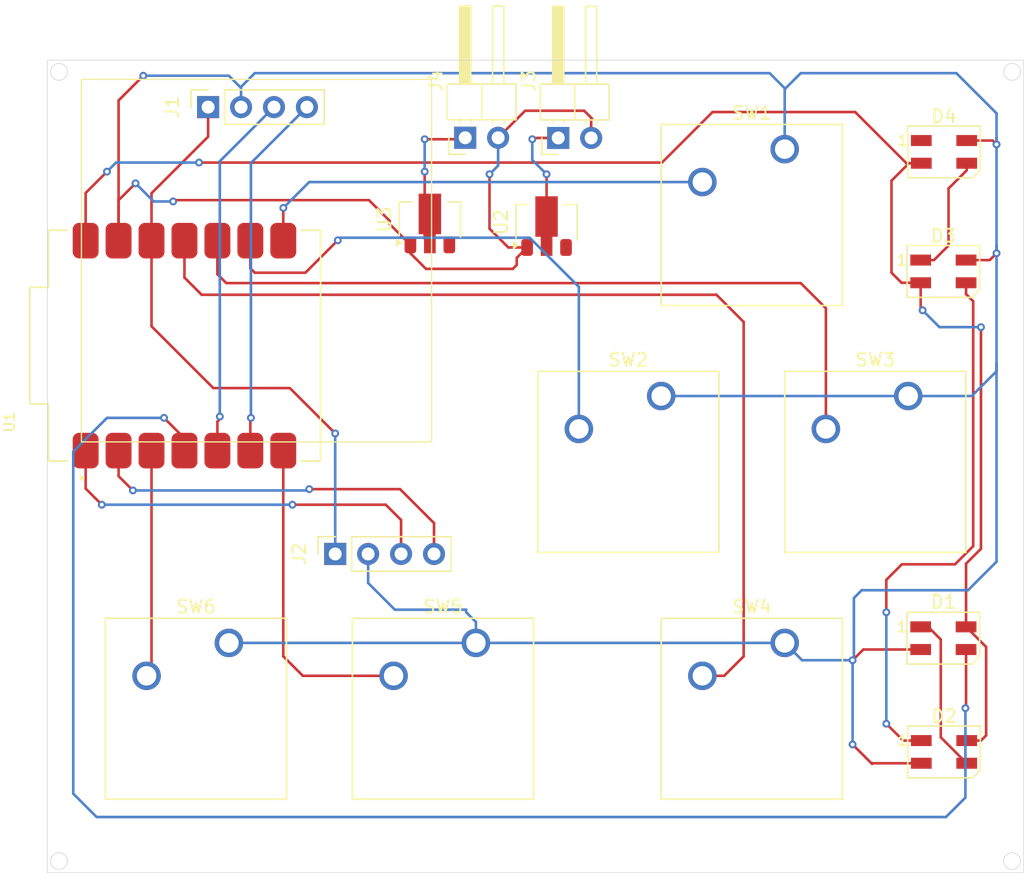
<source format=kicad_pcb>
(kicad_pcb (version 20241229) (generator "pcbnew") (generator_version "9.0")
  (layers (0 "F.Cu" signal) (2 "B.Cu" signal) (13 "F.Paste" user) (15 "B.Paste" user) (5 "F.SilkS" user "F.Silkscreen") (7 "B.SilkS" user "B.Silkscreen") (1 "F.Mask" user) (3 "B.Mask" user) (25 "Edge.Cuts" user))
  (net 0 "")
  (net 1 "Net-(D1-DIN)")
  (net 2 "+5V")
  (net 3 "GND")
  (net 4 "Net-(D1-DOUT)")
  (net 5 "Net-(U1-D7{slash}CSB{slash}P1{slash}RX)")
  (net 6 "Net-(U1-D8{slash}SCK{slash}P2)")
  (net 7 "Net-(U1-D9{slash}MISO{slash}P4)")
  (net 8 "Net-(U1-D10{slash}MOSI{slash}P3)")
  (net 9 "Net-(J2-Pin_3)")
  (net 10 "Net-(J2-Pin_4)")
  (net 11 "Net-(D2-DOUT)")
  (net 12 "Net-(D3-DOUT)")
  (net 14 "Net-(J1-Pin_1)")
  (net 15 "Net-(U1-P28{slash}A2{slash}D2)")
  (net 16 "Net-(J1-Pin_4)")
  (net 17 "Net-(U1-P0{slash}{slash}TX{slash}D6)")
  (net 18 "Net-(J1-Pin_3)")
  (net 19 "Net-(J3-Pin_1)")
  (net 20 "Net-(J4-Pin_1)")
  (footprint "Button_Switch_Keyboard:SW_Cherry_MX_1.00u_PCB" (layer "F.Cu") (at 164.465 40.16375)
    (property "Reference" "SW1" (at -2.54 -2.794 0) (layer "F.SilkS"))
    (property "Value" "SW_Push")
    (fp_line (start -9.525 -1.905) (end 4.445 -1.905) (stroke (width 0.12)) (layer "F.SilkS"))
    (fp_line (start -9.525 12.065) (end -9.525 -1.905) (stroke (width 0.12)) (layer "F.SilkS"))
    (fp_line (start 4.445 -1.905) (end 4.445 12.065) (stroke (width 0.12)) (layer "F.SilkS"))
    (fp_line (start 4.445 12.065) (end -9.525 12.065) (stroke (width 0.12)) (layer "F.SilkS"))
    (pad "" np_thru_hole circle (at -7.62 5.08) (size 1.7 1.7) (drill 1.7) (layers "*.Cu" "*.Mask"))
    (pad "" np_thru_hole circle (at -2.54 5.08) (size 4 4) (drill 4) (layers "*.Cu" "*.Mask"))
    (pad "" np_thru_hole circle (at 2.54 5.08) (size 1.7 1.7) (drill 1.7) (layers "*.Cu" "*.Mask"))
    (pad "1" thru_hole circle (at 0 0) (size 2.2 2.2) (drill 1.5) (layers "*.Cu" "*.Mask") (net 3 "GND"))
    (pad "2" thru_hole circle (at -6.35 2.54) (size 2.2 2.2) (drill 1.5) (layers "*.Cu" "*.Mask") (net 5 "Net-(U1-D7{slash}CSB{slash}P1{slash}RX)"))
  )
  (footprint "LED_SMD:LED_SK6812MINI_PLCC4_3.5x3.5mm_P1.75mm" (layer "F.Cu") (at 176.75 86.675)
    (property "Reference" "D2" (at 0 -2.75 0) (layer "F.SilkS"))
    (property "Value" "SK6812MINI")
    (fp_line (start -2.8 -2) (end -2.8 2) (stroke (width 0.12)) (layer "F.SilkS"))
    (fp_line (start -2.8 -2) (end 2.8 -2) (stroke (width 0.12)) (layer "F.SilkS"))
    (fp_line (start -2.8 2) (end 2.2 2) (stroke (width 0.12)) (layer "F.SilkS"))
    (fp_line (start 2.8 1.4) (end 2.2 2) (stroke (width 0.12)) (layer "F.SilkS"))
    (fp_line (start 2.8 1.4) (end 2.8 -2) (stroke (width 0.12)) (layer "F.SilkS"))
    (fp_text user "1" (at -3.2 -0.875 0) (layer "F.SilkS") (effects (font (size 0.8 0.8))))
    (pad "1" smd rect (at -1.75 -0.875) (size 1.6 0.85) (layers "F.Cu" "F.Mask" "F.Paste") (net 11 "Net-(D2-DOUT)"))
    (pad "2" smd rect (at -1.75 0.875) (size 1.6 0.85) (layers "F.Cu" "F.Mask" "F.Paste") (net 3 "GND"))
    (pad "3" smd rect (at 1.75 0.875) (size 1.6 0.85) (layers "F.Cu" "F.Mask" "F.Paste") (net 4 "Net-(D1-DOUT)"))
    (pad "4" smd rect (at 1.75 -0.875) (size 1.6 0.85) (layers "F.Cu" "F.Mask" "F.Paste") (net 2 "+5V"))
  )
  (footprint "Package_TO_SOT_SMD:SOT-89-3" (layer "F.Cu") (at 137.1 45.6 90)
    (property "Reference" "U3" (at 0 -3.5 90) (layer "F.SilkS"))
    (property "Value" "MCP1700x-500xxMB")
    (fp_line (start -1.22 -2.36) (end 1.36 -2.36) (stroke (width 0.12)) (layer "F.SilkS"))
    (fp_line (start 1.36 -1.38) (end 1.36 -2.36) (stroke (width 0.12)) (layer "F.SilkS"))
    (fp_line (start 1.36 1.38) (end 1.36 2.36) (stroke (width 0.12)) (layer "F.SilkS"))
    (fp_line (start 1.36 2.36) (end -1.36 2.36) (stroke (width 0.12)) (layer "F.SilkS"))
    (fp_poly (pts (xy -1.77 -2.21) (xy -2.01 -2.54) (xy -1.53 -2.54) (xy -1.77 -2.21)) (stroke (width 0.12)) (fill yes) (layer "F.SilkS"))
    (pad "1" smd roundrect (at -1.95 -1.5 90) (size 1.3 0.9) (layers "F.Cu" "F.Mask" "F.Paste") (net 3 "GND"))
    (pad "2" smd custom (at -1.8625 0 90) (size 1.475 0.9) (layers "F.Cu" "F.Mask" "F.Paste") (net 20 "Net-(J4-Pin_1)") (options (clearance outline) (anchor rect)) (primitives (gr_poly (pts (xy 3.8625 0.8665) (xy 0.7375 0.8665) (xy 0.7375 -0.8665) (xy 3.8625 -0.8665)) (width 0) (fill yes))))
    (pad "3" smd roundrect (at -1.95 1.5 90) (size 1.3 0.9) (layers "F.Cu" "F.Mask" "F.Paste") (net 2 "+5V"))
  )
  (footprint "Package_TO_SOT_SMD:SOT-89-3" (layer "F.Cu") (at 146.1 45.8 90)
    (property "Reference" "U2" (at 0 -3.5 90) (layer "F.SilkS"))
    (property "Value" "MCP1700x-330xxMB")
    (fp_line (start -1.22 -2.36) (end 1.36 -2.36) (stroke (width 0.12)) (layer "F.SilkS"))
    (fp_line (start 1.36 -1.38) (end 1.36 -2.36) (stroke (width 0.12)) (layer "F.SilkS"))
    (fp_line (start 1.36 1.38) (end 1.36 2.36) (stroke (width 0.12)) (layer "F.SilkS"))
    (fp_line (start 1.36 2.36) (end -1.36 2.36) (stroke (width 0.12)) (layer "F.SilkS"))
    (fp_poly (pts (xy -1.77 -2.21) (xy -2.01 -2.54) (xy -1.53 -2.54) (xy -1.77 -2.21)) (stroke (width 0.12)) (fill yes) (layer "F.SilkS"))
    (pad "1" smd roundrect (at -1.95 -1.5 90) (size 1.3 0.9) (layers "F.Cu" "F.Mask" "F.Paste") (net 3 "GND"))
    (pad "2" smd custom (at -1.8625 0 90) (size 1.475 0.9) (layers "F.Cu" "F.Mask" "F.Paste") (net 19 "Net-(J3-Pin_1)") (options (clearance outline) (anchor rect)) (primitives (gr_poly (pts (xy 3.8625 0.8665) (xy 0.7375 0.8665) (xy 0.7375 -0.8665) (xy 3.8625 -0.8665)) (width 0) (fill yes))))
    (pad "3" smd roundrect (at -1.95 1.5 90) (size 1.3 0.9) (layers "F.Cu" "F.Mask" "F.Paste") (net 14 "Net-(J1-Pin_1)"))
  )
  (footprint "LED_SMD:LED_SK6812MINI_PLCC4_3.5x3.5mm_P1.75mm" (layer "F.Cu") (at 176.7 77.9)
    (property "Reference" "D1" (at 0 -2.8 0) (layer "F.SilkS"))
    (property "Value" "SK6812MINI")
    (fp_line (start -2.8 -2) (end -2.8 2) (stroke (width 0.12)) (layer "F.SilkS"))
    (fp_line (start -2.8 -2) (end 2.8 -2) (stroke (width 0.12)) (layer "F.SilkS"))
    (fp_line (start -2.8 2) (end 2.2 2) (stroke (width 0.12)) (layer "F.SilkS"))
    (fp_line (start 2.8 1.4) (end 2.2 2) (stroke (width 0.12)) (layer "F.SilkS"))
    (fp_line (start 2.8 1.4) (end 2.8 -2) (stroke (width 0.12)) (layer "F.SilkS"))
    (fp_text user "1" (at -3.2 -0.875 0) (layer "F.SilkS") (effects (font (size 0.8 0.8))))
    (pad "1" smd rect (at -1.75 -0.875) (size 1.6 0.85) (layers "F.Cu" "F.Mask" "F.Paste") (net 4 "Net-(D1-DOUT)"))
    (pad "2" smd rect (at -1.75 0.875) (size 1.6 0.85) (layers "F.Cu" "F.Mask" "F.Paste") (net 3 "GND"))
    (pad "3" smd rect (at 1.75 0.875) (size 1.6 0.85) (layers "F.Cu" "F.Mask" "F.Paste") (net 1 "Net-(D1-DIN)"))
    (pad "4" smd rect (at 1.75 -0.875) (size 1.6 0.85) (layers "F.Cu" "F.Mask" "F.Paste") (net 2 "+5V"))
  )
  (footprint "Connector_PinSocket_2.54mm:PinSocket_1x04_P2.54mm_Vertical" (layer "F.Cu") (at 129.8 71.4 90)
    (property "Reference" "J2" (at 0 -2.77 90) (layer "F.SilkS"))
    (property "Value" "Conn_01x04")
    (fp_line (start 1.33 -1.33) (end 1.33 0) (stroke (width 0.12)) (layer "F.SilkS"))
    (fp_line (start 0 -1.33) (end 1.33 -1.33) (stroke (width 0.12)) (layer "F.SilkS"))
    (fp_line (start 1.33 1.27) (end 1.33 8.95) (stroke (width 0.12)) (layer "F.SilkS"))
    (fp_line (start -1.33 1.27) (end 1.33 1.27) (stroke (width 0.12)) (layer "F.SilkS"))
    (fp_line (start -1.33 1.27) (end -1.33 8.95) (stroke (width 0.12)) (layer "F.SilkS"))
    (fp_line (start -1.33 8.95) (end 1.33 8.95) (stroke (width 0.12)) (layer "F.SilkS"))
    (pad "1" thru_hole rect (at 0 0 90) (size 1.7 1.7) (drill 1) (layers "*.Cu" "*.Mask") (net 14 "Net-(J1-Pin_1)"))
    (pad "2" thru_hole circle (at 0 2.54 90) (size 1.7 1.7) (drill 1) (layers "*.Cu" "*.Mask") (net 3 "GND"))
    (pad "3" thru_hole circle (at 0 5.08 90) (size 1.7 1.7) (drill 1) (layers "*.Cu" "*.Mask") (net 9 "Net-(J2-Pin_3)"))
    (pad "4" thru_hole circle (at 0 7.62 90) (size 1.7 1.7) (drill 1) (layers "*.Cu" "*.Mask") (net 10 "Net-(J2-Pin_4)"))
  )
  (footprint "Connector_PinHeader_2.54mm:PinHeader_1x02_P2.54mm_Horizontal" (layer "F.Cu") (at 147 39.3 90)
    (property "Reference" "J3" (at 4.385 -2.27 90) (layer "F.SilkS"))
    (property "Value" "Conn_01x02_Pin")
    (fp_line (start 4.15 -1.38) (end 1.39 -1.38) (stroke (width 0.12)) (layer "F.SilkS"))
    (fp_line (start 1.39 -1.38) (end 1.39 3.92) (stroke (width 0.12)) (layer "F.SilkS"))
    (fp_line (start -1.27 -1.27) (end 0 -1.27) (stroke (width 0.12)) (layer "F.SilkS"))
    (fp_line (start 1.16 -0.43) (end 1.39 -0.43) (stroke (width 0.12)) (layer "F.SilkS"))
    (fp_line (start -1.27 0) (end -1.27 -1.27) (stroke (width 0.12)) (layer "F.SilkS"))
    (fp_line (start 1.16 0.43) (end 1.39 0.43) (stroke (width 0.12)) (layer "F.SilkS"))
    (fp_line (start 1.39 1.27) (end 4.15 1.27) (stroke (width 0.12)) (layer "F.SilkS"))
    (fp_line (start 10.15 2.11) (end 10.15 2.97) (stroke (width 0.12)) (layer "F.SilkS"))
    (fp_line (start 4.15 2.11) (end 10.15 2.11) (stroke (width 0.12)) (layer "F.SilkS"))
    (fp_line (start 1.077358 2.11) (end 1.39 2.11) (stroke (width 0.12)) (layer "F.SilkS"))
    (fp_line (start 10.15 2.97) (end 4.15 2.97) (stroke (width 0.12)) (layer "F.SilkS"))
    (fp_line (start 1.077358 2.97) (end 1.39 2.97) (stroke (width 0.12)) (layer "F.SilkS"))
    (fp_line (start 4.15 3.92) (end 4.15 -1.38) (stroke (width 0.12)) (layer "F.SilkS"))
    (fp_line (start 1.39 3.92) (end 4.15 3.92) (stroke (width 0.12)) (layer "F.SilkS"))
    (fp_rect (start 4.15 -0.43) (end 10.15 0.43) (stroke (width 0.12)) (fill yes) (layer "F.SilkS"))
    (pad "1" thru_hole rect (at 0 0 90) (size 1.7 1.7) (drill 1) (layers "*.Cu" "*.Mask") (net 19 "Net-(J3-Pin_1)"))
    (pad "2" thru_hole circle (at 0 2.54 90) (size 1.7 1.7) (drill 1) (layers "*.Cu" "*.Mask") (net 3 "GND"))
  )
  (footprint "Connector_PinSocket_2.54mm:PinSocket_1x04_P2.54mm_Vertical" (layer "F.Cu") (at 120 36.92 90)
    (property "Reference" "J1" (at 0 -2.77 90) (layer "F.SilkS"))
    (property "Value" "Conn_01x04")
    (fp_line (start 1.33 -1.33) (end 1.33 0) (stroke (width 0.12)) (layer "F.SilkS"))
    (fp_line (start 0 -1.33) (end 1.33 -1.33) (stroke (width 0.12)) (layer "F.SilkS"))
    (fp_line (start 1.33 1.27) (end 1.33 8.95) (stroke (width 0.12)) (layer "F.SilkS"))
    (fp_line (start -1.33 1.27) (end 1.33 1.27) (stroke (width 0.12)) (layer "F.SilkS"))
    (fp_line (start -1.33 1.27) (end -1.33 8.95) (stroke (width 0.12)) (layer "F.SilkS"))
    (fp_line (start -1.33 8.95) (end 1.33 8.95) (stroke (width 0.12)) (layer "F.SilkS"))
    (pad "1" thru_hole rect (at 0 0 90) (size 1.7 1.7) (drill 1) (layers "*.Cu" "*.Mask") (net 14 "Net-(J1-Pin_1)"))
    (pad "2" thru_hole circle (at 0 2.54 90) (size 1.7 1.7) (drill 1) (layers "*.Cu" "*.Mask") (net 3 "GND"))
    (pad "3" thru_hole circle (at 0 5.08 90) (size 1.7 1.7) (drill 1) (layers "*.Cu" "*.Mask") (net 18 "Net-(J1-Pin_3)"))
    (pad "4" thru_hole circle (at 0 7.62 90) (size 1.7 1.7) (drill 1) (layers "*.Cu" "*.Mask") (net 16 "Net-(J1-Pin_4)"))
  )
  (footprint "Button_Switch_Keyboard:SW_Cherry_MX_1.00u_PCB" (layer "F.Cu") (at 121.6025 78.26375)
    (property "Reference" "SW6" (at -2.54 -2.794 0) (layer "F.SilkS"))
    (property "Value" "SW_Push")
    (fp_line (start -9.525 -1.905) (end 4.445 -1.905) (stroke (width 0.12)) (layer "F.SilkS"))
    (fp_line (start -9.525 12.065) (end -9.525 -1.905) (stroke (width 0.12)) (layer "F.SilkS"))
    (fp_line (start 4.445 -1.905) (end 4.445 12.065) (stroke (width 0.12)) (layer "F.SilkS"))
    (fp_line (start 4.445 12.065) (end -9.525 12.065) (stroke (width 0.12)) (layer "F.SilkS"))
    (pad "" np_thru_hole circle (at -7.62 5.08) (size 1.7 1.7) (drill 1.7) (layers "*.Cu" "*.Mask"))
    (pad "" np_thru_hole circle (at -2.54 5.08) (size 4 4) (drill 4) (layers "*.Cu" "*.Mask"))
    (pad "" np_thru_hole circle (at 2.54 5.08) (size 1.7 1.7) (drill 1.7) (layers "*.Cu" "*.Mask"))
    (pad "1" thru_hole circle (at 0 0) (size 2.2 2.2) (drill 1.5) (layers "*.Cu" "*.Mask") (net 3 "GND"))
    (pad "2" thru_hole circle (at -6.35 2.54) (size 2.2 2.2) (drill 1.5) (layers "*.Cu" "*.Mask") (net 15 "Net-(U1-P28{slash}A2{slash}D2)"))
  )
  (footprint "LED_SMD:LED_SK6812MINI_PLCC4_3.5x3.5mm_P1.75mm" (layer "F.Cu") (at 176.75 40.375)
    (property "Reference" "D4" (at 0 -2.75 0) (layer "F.SilkS"))
    (property "Value" "SK6812MINI")
    (fp_line (start -2.8 -2) (end -2.8 2) (stroke (width 0.12)) (layer "F.SilkS"))
    (fp_line (start -2.8 -2) (end 2.8 -2) (stroke (width 0.12)) (layer "F.SilkS"))
    (fp_line (start -2.8 2) (end 2.2 2) (stroke (width 0.12)) (layer "F.SilkS"))
    (fp_line (start 2.8 1.4) (end 2.2 2) (stroke (width 0.12)) (layer "F.SilkS"))
    (fp_line (start 2.8 1.4) (end 2.8 -2) (stroke (width 0.12)) (layer "F.SilkS"))
    (fp_text user "1" (at -3.2 -0.875 0) (layer "F.SilkS") (effects (font (size 0.8 0.8))))
    (pad "1" smd rect (at -1.75 -0.875) (size 1.6 0.85) (layers "F.Cu" "F.Mask" "F.Paste"))
    (pad "2" smd rect (at -1.75 0.875) (size 1.6 0.85) (layers "F.Cu" "F.Mask" "F.Paste") (net 2 "+5V"))
    (pad "3" smd rect (at 1.75 0.875) (size 1.6 0.85) (layers "F.Cu" "F.Mask" "F.Paste") (net 12 "Net-(D3-DOUT)"))
    (pad "4" smd rect (at 1.75 -0.875) (size 1.6 0.85) (layers "F.Cu" "F.Mask" "F.Paste") (net 3 "GND"))
  )
  (footprint "Button_Switch_Keyboard:SW_Cherry_MX_1.00u_PCB" (layer "F.Cu") (at 173.99 59.21375)
    (property "Reference" "SW3" (at -2.54 -2.794 0) (layer "F.SilkS"))
    (property "Value" "SW_Push")
    (fp_line (start -9.525 -1.905) (end 4.445 -1.905) (stroke (width 0.12)) (layer "F.SilkS"))
    (fp_line (start -9.525 12.065) (end -9.525 -1.905) (stroke (width 0.12)) (layer "F.SilkS"))
    (fp_line (start 4.445 -1.905) (end 4.445 12.065) (stroke (width 0.12)) (layer "F.SilkS"))
    (fp_line (start 4.445 12.065) (end -9.525 12.065) (stroke (width 0.12)) (layer "F.SilkS"))
    (pad "" np_thru_hole circle (at -7.62 5.08) (size 1.7 1.7) (drill 1.7) (layers "*.Cu" "*.Mask"))
    (pad "" np_thru_hole circle (at -2.54 5.08) (size 4 4) (drill 4) (layers "*.Cu" "*.Mask"))
    (pad "" np_thru_hole circle (at 2.54 5.08) (size 1.7 1.7) (drill 1.7) (layers "*.Cu" "*.Mask"))
    (pad "1" thru_hole circle (at 0 0) (size 2.2 2.2) (drill 1.5) (layers "*.Cu" "*.Mask") (net 3 "GND"))
    (pad "2" thru_hole circle (at -6.35 2.54) (size 2.2 2.2) (drill 1.5) (layers "*.Cu" "*.Mask") (net 7 "Net-(U1-D9{slash}MISO{slash}P4)"))
  )
  (footprint "LED_SMD:LED_SK6812MINI_PLCC4_3.5x3.5mm_P1.75mm" (layer "F.Cu") (at 176.7 49.6)
    (property "Reference" "D3" (at 0 -2.75 0) (layer "F.SilkS"))
    (property "Value" "SK6812MINI")
    (fp_line (start -2.8 -2) (end -2.8 2) (stroke (width 0.12)) (layer "F.SilkS"))
    (fp_line (start -2.8 -2) (end 2.8 -2) (stroke (width 0.12)) (layer "F.SilkS"))
    (fp_line (start -2.8 2) (end 2.2 2) (stroke (width 0.12)) (layer "F.SilkS"))
    (fp_line (start 2.8 1.4) (end 2.2 2) (stroke (width 0.12)) (layer "F.SilkS"))
    (fp_line (start 2.8 1.4) (end 2.8 -2) (stroke (width 0.12)) (layer "F.SilkS"))
    (fp_text user "1" (at -3.2 -0.875 0) (layer "F.SilkS") (effects (font (size 0.8 0.8))))
    (pad "1" smd rect (at -1.75 -0.875) (size 1.6 0.85) (layers "F.Cu" "F.Mask" "F.Paste") (net 12 "Net-(D3-DOUT)"))
    (pad "2" smd rect (at -1.75 0.875) (size 1.6 0.85) (layers "F.Cu" "F.Mask" "F.Paste") (net 2 "+5V"))
    (pad "3" smd rect (at 1.75 0.875) (size 1.6 0.85) (layers "F.Cu" "F.Mask" "F.Paste") (net 11 "Net-(D2-DOUT)"))
    (pad "4" smd rect (at 1.75 -0.875) (size 1.6 0.85) (layers "F.Cu" "F.Mask" "F.Paste") (net 3 "GND"))
  )
  (footprint "Button_Switch_Keyboard:SW_Cherry_MX_1.00u_PCB" (layer "F.Cu") (at 140.6525 78.26375)
    (property "Reference" "SW5" (at -2.54 -2.794 0) (layer "F.SilkS"))
    (property "Value" "SW_Push")
    (fp_line (start -9.525 -1.905) (end 4.445 -1.905) (stroke (width 0.12)) (layer "F.SilkS"))
    (fp_line (start -9.525 12.065) (end -9.525 -1.905) (stroke (width 0.12)) (layer "F.SilkS"))
    (fp_line (start 4.445 -1.905) (end 4.445 12.065) (stroke (width 0.12)) (layer "F.SilkS"))
    (fp_line (start 4.445 12.065) (end -9.525 12.065) (stroke (width 0.12)) (layer "F.SilkS"))
    (pad "" np_thru_hole circle (at -7.62 5.08) (size 1.7 1.7) (drill 1.7) (layers "*.Cu" "*.Mask"))
    (pad "" np_thru_hole circle (at -2.54 5.08) (size 4 4) (drill 4) (layers "*.Cu" "*.Mask"))
    (pad "" np_thru_hole circle (at 2.54 5.08) (size 1.7 1.7) (drill 1.7) (layers "*.Cu" "*.Mask"))
    (pad "1" thru_hole circle (at 0 0) (size 2.2 2.2) (drill 1.5) (layers "*.Cu" "*.Mask") (net 3 "GND"))
    (pad "2" thru_hole circle (at -6.35 2.54) (size 2.2 2.2) (drill 1.5) (layers "*.Cu" "*.Mask") (net 17 "Net-(U1-P0{slash}{slash}TX{slash}D6)"))
  )
  (footprint "Button_Switch_Keyboard:SW_Cherry_MX_1.00u_PCB" (layer "F.Cu") (at 154.94 59.21375)
    (property "Reference" "SW2" (at -2.54 -2.794 0) (layer "F.SilkS"))
    (property "Value" "SW_Push")
    (fp_line (start -9.525 -1.905) (end 4.445 -1.905) (stroke (width 0.12)) (layer "F.SilkS"))
    (fp_line (start -9.525 12.065) (end -9.525 -1.905) (stroke (width 0.12)) (layer "F.SilkS"))
    (fp_line (start 4.445 -1.905) (end 4.445 12.065) (stroke (width 0.12)) (layer "F.SilkS"))
    (fp_line (start 4.445 12.065) (end -9.525 12.065) (stroke (width 0.12)) (layer "F.SilkS"))
    (pad "" np_thru_hole circle (at -7.62 5.08) (size 1.7 1.7) (drill 1.7) (layers "*.Cu" "*.Mask"))
    (pad "" np_thru_hole circle (at -2.54 5.08) (size 4 4) (drill 4) (layers "*.Cu" "*.Mask"))
    (pad "" np_thru_hole circle (at 2.54 5.08) (size 1.7 1.7) (drill 1.7) (layers "*.Cu" "*.Mask"))
    (pad "1" thru_hole circle (at 0 0) (size 2.2 2.2) (drill 1.5) (layers "*.Cu" "*.Mask") (net 3 "GND"))
    (pad "2" thru_hole circle (at -6.35 2.54) (size 2.2 2.2) (drill 1.5) (layers "*.Cu" "*.Mask") (net 6 "Net-(U1-D8{slash}SCK{slash}P2)"))
  )
  (footprint "Connector_PinHeader_2.54mm:PinHeader_1x02_P2.54mm_Horizontal" (layer "F.Cu") (at 139.825 39.285 90)
    (property "Reference" "J4" (at 4.385 -2.27 90) (layer "F.SilkS"))
    (property "Value" "Conn_01x02_Pin")
    (fp_line (start 4.15 -1.38) (end 1.39 -1.38) (stroke (width 0.12)) (layer "F.SilkS"))
    (fp_line (start 1.39 -1.38) (end 1.39 3.92) (stroke (width 0.12)) (layer "F.SilkS"))
    (fp_line (start -1.27 -1.27) (end 0 -1.27) (stroke (width 0.12)) (layer "F.SilkS"))
    (fp_line (start 1.16 -0.43) (end 1.39 -0.43) (stroke (width 0.12)) (layer "F.SilkS"))
    (fp_line (start -1.27 0) (end -1.27 -1.27) (stroke (width 0.12)) (layer "F.SilkS"))
    (fp_line (start 1.16 0.43) (end 1.39 0.43) (stroke (width 0.12)) (layer "F.SilkS"))
    (fp_line (start 1.39 1.27) (end 4.15 1.27) (stroke (width 0.12)) (layer "F.SilkS"))
    (fp_line (start 10.15 2.11) (end 10.15 2.97) (stroke (width 0.12)) (layer "F.SilkS"))
    (fp_line (start 4.15 2.11) (end 10.15 2.11) (stroke (width 0.12)) (layer "F.SilkS"))
    (fp_line (start 1.077358 2.11) (end 1.39 2.11) (stroke (width 0.12)) (layer "F.SilkS"))
    (fp_line (start 10.15 2.97) (end 4.15 2.97) (stroke (width 0.12)) (layer "F.SilkS"))
    (fp_line (start 1.077358 2.97) (end 1.39 2.97) (stroke (width 0.12)) (layer "F.SilkS"))
    (fp_line (start 4.15 3.92) (end 4.15 -1.38) (stroke (width 0.12)) (layer "F.SilkS"))
    (fp_line (start 1.39 3.92) (end 4.15 3.92) (stroke (width 0.12)) (layer "F.SilkS"))
    (fp_rect (start 4.15 -0.43) (end 10.15 0.43) (stroke (width 0.12)) (fill yes) (layer "F.SilkS"))
    (pad "1" thru_hole rect (at 0 0 90) (size 1.7 1.7) (drill 1) (layers "*.Cu" "*.Mask") (net 20 "Net-(J4-Pin_1)"))
    (pad "2" thru_hole circle (at 0 2.54 90) (size 1.7 1.7) (drill 1) (layers "*.Cu" "*.Mask") (net 3 "GND"))
  )
  (footprint "Button_Switch_Keyboard:SW_Cherry_MX_1.00u_PCB" (layer "F.Cu") (at 164.465 78.26375)
    (property "Reference" "SW4" (at -2.54 -2.794 0) (layer "F.SilkS"))
    (property "Value" "SW_Push")
    (fp_line (start -9.525 -1.905) (end 4.445 -1.905) (stroke (width 0.12)) (layer "F.SilkS"))
    (fp_line (start -9.525 12.065) (end -9.525 -1.905) (stroke (width 0.12)) (layer "F.SilkS"))
    (fp_line (start 4.445 -1.905) (end 4.445 12.065) (stroke (width 0.12)) (layer "F.SilkS"))
    (fp_line (start 4.445 12.065) (end -9.525 12.065) (stroke (width 0.12)) (layer "F.SilkS"))
    (pad "" np_thru_hole circle (at -7.62 5.08) (size 1.7 1.7) (drill 1.7) (layers "*.Cu" "*.Mask"))
    (pad "" np_thru_hole circle (at -2.54 5.08) (size 4 4) (drill 4) (layers "*.Cu" "*.Mask"))
    (pad "" np_thru_hole circle (at 2.54 5.08) (size 1.7 1.7) (drill 1.7) (layers "*.Cu" "*.Mask"))
    (pad "1" thru_hole circle (at 0 0) (size 2.2 2.2) (drill 1.5) (layers "*.Cu" "*.Mask") (net 3 "GND"))
    (pad "2" thru_hole circle (at -6.35 2.54) (size 2.2 2.2) (drill 1.5) (layers "*.Cu" "*.Mask") (net 8 "Net-(U1-D10{slash}MOSI{slash}P3)"))
  )
  (footprint "102010428:MODULE_102010428" (layer "F.Cu") (at 118.175 55.325 90)
    (property "Reference" "U1" (at -5.898 -13.494 90) (layer "F.SilkS") (effects (font (size 0.8 0.8))))
    (property "Value" "102010428")
    (fp_line (start -4.5 -11.924) (end 4.495 -11.924) (stroke (width 0.127)) (layer "F.SilkS"))
    (fp_line (start 4.5 -11.9) (end 4.5 -10.5) (stroke (width 0.127)) (layer "F.SilkS"))
    (fp_line (start 8.9 -10.5) (end 8.9 -9) (stroke (width 0.127)) (layer "F.SilkS"))
    (fp_line (start 4.5 -10.5) (end 8.9 -10.5) (stroke (width 0.127)) (layer "F.SilkS"))
    (fp_line (start -4.5 -10.5) (end -4.5 -11.9) (stroke (width 0.127)) (layer "F.SilkS"))
    (fp_line (start -8.9 -10.5) (end -4.5 -10.5) (stroke (width 0.127)) (layer "F.SilkS"))
    (fp_line (start -8.9 -9) (end -8.9 -10.5) (stroke (width 0.127)) (layer "F.SilkS"))
    (fp_line (start -8.9 8.97) (end -8.9 10.5) (stroke (width 0.127)) (layer "F.SilkS"))
    (fp_line (start 8.9 10.5) (end 8.9 8.97) (stroke (width 0.127)) (layer "F.SilkS"))
    (fp_line (start -8.9 10.5) (end 8.9 10.5) (stroke (width 0.127)) (layer "F.SilkS"))
    (fp_circle (center -10.229 -7.891) (end -10.129 -7.891) (stroke (width 0.2)) (fill no) (layer "F.SilkS"))
    (pad "1" smd roundrect (at -8.1 -7.62 90) (size 2.75 2) (layers "F.Cu" "F.Mask" "F.Paste") (net 9 "Net-(J2-Pin_3)"))
    (pad "2" smd roundrect (at -8.1 -5.08 90) (size 2.75 2) (layers "F.Cu" "F.Mask" "F.Paste") (net 10 "Net-(J2-Pin_4)"))
    (pad "3" smd roundrect (at -8.1 -2.54 90) (size 2.75 2) (layers "F.Cu" "F.Mask" "F.Paste") (net 15 "Net-(U1-P28{slash}A2{slash}D2)"))
    (pad "4" smd roundrect (at -8.1 0 90) (size 2.75 2) (layers "F.Cu" "F.Mask" "F.Paste") (net 1 "Net-(D1-DIN)"))
    (pad "5" smd roundrect (at -8.1 2.54 90) (size 2.75 2) (layers "F.Cu" "F.Mask" "F.Paste") (net 18 "Net-(J1-Pin_3)"))
    (pad "6" smd roundrect (at -8.1 5.08 90) (size 2.75 2) (layers "F.Cu" "F.Mask" "F.Paste") (net 16 "Net-(J1-Pin_4)"))
    (pad "7" smd roundrect (at -8.1 7.62 90) (size 2.75 2) (layers "F.Cu" "F.Mask" "F.Paste") (net 17 "Net-(U1-P0{slash}{slash}TX{slash}D6)"))
    (pad "8" smd roundrect (at 8.1 7.62 90) (size 2.75 2) (layers "F.Cu" "F.Mask" "F.Paste") (net 5 "Net-(U1-D7{slash}CSB{slash}P1{slash}RX)"))
    (pad "9" smd roundrect (at 8.1 5.08 90) (size 2.75 2) (layers "F.Cu" "F.Mask" "F.Paste") (net 6 "Net-(U1-D8{slash}SCK{slash}P2)"))
    (pad "10" smd roundrect (at 8.1 2.54 90) (size 2.75 2) (layers "F.Cu" "F.Mask" "F.Paste") (net 7 "Net-(U1-D9{slash}MISO{slash}P4)"))
    (pad "11" smd roundrect (at 8.1 0 90) (size 2.75 2) (layers "F.Cu" "F.Mask" "F.Paste") (net 8 "Net-(U1-D10{slash}MOSI{slash}P3)"))
    (pad "12" smd roundrect (at 8.1 -2.54 90) (size 2.75 2) (layers "F.Cu" "F.Mask" "F.Paste") (net 14 "Net-(J1-Pin_1)"))
    (pad "13" smd roundrect (at 8.1 -5.08 90) (size 2.75 2) (layers "F.Cu" "F.Mask" "F.Paste") (net 3 "GND"))
    (pad "14" smd roundrect (at 8.1 -7.62 90) (size 2.75 2) (layers "F.Cu" "F.Mask" "F.Paste") (net 2 "+5V"))
  )
  (gr_rect (start 110.23 34.78) (end 137.23 62.755) (stroke (width 0.1)) (fill no) (layer "F.SilkS"))
  (gr_circle (center 108.5 95.1) (end 109.15 95.1) (stroke (width 0.05)) (fill no) (layer "Edge.Cuts"))
  (gr_circle (center 182.008907 34.2) (end 182.658907 34.2) (stroke (width 0.05)) (fill no) (layer "Edge.Cuts"))
  (gr_rect (start 107.6 33.3) (end 182.9 96) (stroke (width 0.05)) (fill no) (layer "Edge.Cuts"))
  (gr_circle (center 182 95.1) (end 182.65 95.1) (stroke (width 0.05)) (fill no) (layer "Edge.Cuts"))
  (gr_circle (center 108.5 34.2) (end 109.15 34.2) (stroke (width 0.05)) (fill no) (layer "Edge.Cuts"))
  (segment (start 178.45 78.775) (end 178.45 83.25) (width 0.2) (layer "F.Cu") (net 1))
  (segment (start 118.175 62.475) (end 118.175 63.425) (width 0.2) (layer "F.Cu") (net 1))
  (segment (start 116.6 60.9) (end 118.175 62.475) (width 0.2) (layer "F.Cu") (net 1))
  (segment (start 178.45 83.25) (end 178.4 83.3) (width 0.2) (layer "F.Cu") (net 1))
  (via (at 116.6 60.9) (size 0.6) (drill 0.3) (layers "F.Cu" "B.Cu") (net 1))
  (via (at 178.4 83.3) (size 0.6) (drill 0.3) (layers "F.Cu" "B.Cu") (net 1))
  (segment (start 112 61.1) (end 112.2 60.9) (width 0.2) (layer "B.Cu") (net 1))
  (segment (start 110.9 91.2) (end 109.6 89.9) (width 0.2) (layer "B.Cu") (net 1))
  (segment (start 178.4 90.2) (end 176.9 91.7) (width 0.2) (layer "B.Cu") (net 1))
  (segment (start 109.6 67.6) (end 109.6 63.5) (width 0.2) (layer "B.Cu") (net 1))
  (segment (start 112.2 60.9) (end 116.6 60.9) (width 0.2) (layer "B.Cu") (net 1))
  (segment (start 109.6 63.5) (end 112 61.1) (width 0.2) (layer "B.Cu") (net 1))
  (segment (start 109.6 89.9) (end 109.6 67.6) (width 0.2) (layer "B.Cu") (net 1))
  (segment (start 178.4 83.3) (end 178.4 90.2) (width 0.2) (layer "B.Cu") (net 1))
  (segment (start 176.5 91.7) (end 111.4 91.7) (width 0.2) (layer "B.Cu") (net 1))
  (segment (start 111.4 91.7) (end 110.9 91.2) (width 0.2) (layer "B.Cu") (net 1))
  (segment (start 176.9 91.7) (end 176.5 91.7) (width 0.2) (layer "B.Cu") (net 1))
  (segment (start 174.05 41.25) (end 172.7 42.6) (width 0.2) (layer "F.Cu") (net 2))
  (segment (start 179.6 85.8) (end 178.5 85.8) (width 0.2) (layer "F.Cu") (net 2))
  (segment (start 155 41.2) (end 158.9 37.3) (width 0.2) (layer "F.Cu") (net 2))
  (segment (start 169.9 37.3) (end 173.85 41.25) (width 0.2) (layer "F.Cu") (net 2))
  (segment (start 178.45 72.15) (end 179.6 71) (width 0.2) (layer "F.Cu") (net 2))
  (segment (start 180 78.575) (end 180 85.4) (width 0.2) (layer "F.Cu") (net 2))
  (segment (start 180 85.4) (end 179.6 85.8) (width 0.2) (layer "F.Cu") (net 2))
  (segment (start 119.3 41.2) (end 155 41.2) (width 0.2) (layer "F.Cu") (net 2))
  (segment (start 173.475 50.475) (end 174.95 50.475) (width 0.2) (layer "F.Cu") (net 2))
  (segment (start 172.7 49.7) (end 173.475 50.475) (width 0.2) (layer "F.Cu") (net 2))
  (segment (start 178.45 77.025) (end 180 78.575) (width 0.2) (layer "F.Cu") (net 2))
  (segment (start 110.555 47.225) (end 110.555 43.545) (width 0.2) (layer "F.Cu") (net 2))
  (segment (start 172.7 42.6) (end 172.7 49.7) (width 0.2) (layer "F.Cu") (net 2))
  (segment (start 173.85 41.25) (end 175 41.25) (width 0.2) (layer "F.Cu") (net 2))
  (segment (start 110.555 43.545) (end 112.2 41.9) (width 0.2) (layer "F.Cu") (net 2))
  (segment (start 158.9 37.3) (end 169.9 37.3) (width 0.2) (layer "F.Cu") (net 2))
  (segment (start 179.6 71) (end 179.6 53.9) (width 0.2) (layer "F.Cu") (net 2))
  (segment (start 174.95 52.45) (end 174.95 50.475) (width 0.2) (layer "F.Cu") (net 2))
  (segment (start 175.1 52.6) (end 174.95 52.45) (width 0.2) (layer "F.Cu") (net 2))
  (segment (start 175 41.25) (end 174.05 41.25) (width 0.2) (layer "F.Cu") (net 2))
  (segment (start 178.45 77.025) (end 178.45 72.15) (width 0.2) (layer "F.Cu") (net 2))
  (via (at 112.2 41.9) (size 0.6) (drill 0.3) (layers "F.Cu" "B.Cu") (net 2))
  (via (at 119.3 41.2) (size 0.6) (drill 0.3) (layers "F.Cu" "B.Cu") (net 2))
  (via (at 175.1 52.6) (size 0.6) (drill 0.3) (layers "F.Cu" "B.Cu") (net 2))
  (via (at 179.6 53.9) (size 0.6) (drill 0.3) (layers "F.Cu" "B.Cu") (net 2))
  (segment (start 112.9 41.2) (end 119.3 41.2) (width 0.2) (layer "B.Cu") (net 2))
  (segment (start 179.6 53.9) (end 176.4 53.9) (width 0.2) (layer "B.Cu") (net 2))
  (segment (start 176.4 53.9) (end 175.1 52.6) (width 0.2) (layer "B.Cu") (net 2))
  (segment (start 112.2 41.9) (end 112.9 41.2) (width 0.2) (layer "B.Cu") (net 2))
  (segment (start 143.8 48.55) (end 144.6 47.75) (width 0.2) (layer "F.Cu") (net 3))
  (segment (start 135.6 47.55) (end 134 45.95) (width 0.2) (layer "F.Cu") (net 3))
  (segment (start 134 45.7) (end 132.399 44.099) (width 0.2) (layer "F.Cu") (net 3))
  (segment (start 170.525 78.775) (end 169.7 79.6) (width 0.2) (layer "F.Cu") (net 3))
  (segment (start 171.2 87.6) (end 171.25 87.55) (width 0.2) (layer "F.Cu") (net 3))
  (segment (start 180.8 48.2) (end 180.275 48.725) (width 0.2) (layer "F.Cu") (net 3))
  (segment (start 113.095 47.225) (end 113.095 36.405) (width 0.2) (layer "F.Cu") (net 3))
  (segment (start 117.3 44.2) (end 117.401 44.099) (width 0.2) (layer "F.Cu") (net 3))
  (segment (start 144.6 47.75) (end 143.15 47.75) (width 0.2) (layer "F.Cu") (net 3))
  (segment (start 171.25 87.55) (end 175 87.55) (width 0.2) (layer "F.Cu") (net 3))
  (segment (start 142.365 39.285) (end 144.45 37.2) (width 0.2) (layer "F.Cu") (net 3))
  (segment (start 134 45.95) (end 134 45.7) (width 0.2) (layer "F.Cu") (net 3))
  (segment (start 113.095 36.405) (end 115 34.5) (width 0.2) (layer "F.Cu") (net 3))
  (segment (start 143.5 49.4) (end 143.8 49.1) (width 0.2) (layer "F.Cu") (net 3))
  (segment (start 113.095 44.105) (end 114.4 42.8) (width 0.2) (layer "F.Cu") (net 3))
  (segment (start 180.275 48.725) (end 178.45 48.725) (width 0.2) (layer "F.Cu") (net 3))
  (segment (start 149.6 37.8) (end 149.54 37.86) (width 0.2) (layer "F.Cu") (net 3))
  (segment (start 144.45 37.2) (end 149 37.2) (width 0.2) (layer "F.Cu") (net 3))
  (segment (start 141.7 46.3) (end 141.7 42.1) (width 0.2) (layer "F.Cu") (net 3))
  (segment (start 143.15 47.75) (end 141.7 46.3) (width 0.2) (layer "F.Cu") (net 3))
  (segment (start 135.6 47.55) (end 135.6 48.2) (width 0.2) (layer "F.Cu") (net 3))
  (segment (start 149 37.2) (end 149.6 37.8) (width 0.2) (layer "F.Cu") (net 3))
  (segment (start 180.8 39.8) (end 180.5 39.5) (width 0.2) (layer "F.Cu") (net 3))
  (segment (start 149.54 37.86) (end 149.54 39.3) (width 0.2) (layer "F.Cu") (net 3))
  (segment (start 180.5 39.5) (end 178.5 39.5) (width 0.2) (layer "F.Cu") (net 3))
  (segment (start 113.095 47.225) (end 113.095 44.105) (width 0.2) (layer "F.Cu") (net 3))
  (segment (start 136.8 49.4) (end 143.5 49.4) (width 0.2) (layer "F.Cu") (net 3))
  (segment (start 169.7 86.1) (end 171.2 87.6) (width 0.2) (layer "F.Cu") (net 3))
  (segment (start 174.95 78.775) (end 170.525 78.775) (width 0.2) (layer "F.Cu") (net 3))
  (segment (start 132.399 44.099) (end 117.401 44.099) (width 0.2) (layer "F.Cu") (net 3))
  (segment (start 143.8 49.1) (end 143.8 48.55) (width 0.2) (layer "F.Cu") (net 3))
  (segment (start 135.6 48.2) (end 136.8 49.4) (width 0.2) (layer "F.Cu") (net 3))
  (via (at 115 34.5) (size 0.6) (drill 0.3) (layers "F.Cu" "B.Cu") (net 3))
  (via (at 180.8 48.2) (size 0.6) (drill 0.3) (layers "F.Cu" "B.Cu") (net 3))
  (via (at 114.4 42.8) (size 0.6) (drill 0.3) (layers "F.Cu" "B.Cu") (net 3))
  (via (at 180.8 39.8) (size 0.6) (drill 0.3) (layers "F.Cu" "B.Cu") (net 3))
  (via (at 141.7 42.1) (size 0.6) (drill 0.3) (layers "F.Cu" "B.Cu") (net 3))
  (via (at 169.7 86.1) (size 0.6) (drill 0.3) (layers "F.Cu" "B.Cu") (net 3))
  (via (at 117.3 44.2) (size 0.6) (drill 0.3) (layers "F.Cu" "B.Cu") (net 3))
  (via (at 169.7 79.6) (size 0.6) (drill 0.3) (layers "F.Cu" "B.Cu") (net 3))
  (segment (start 165.7 34.3) (end 177.7 34.3) (width 0.2) (layer "B.Cu") (net 3))
  (segment (start 164.465 40.16375) (end 164.465 35.535) (width 0.2) (layer "B.Cu") (net 3))
  (segment (start 180.8 39.3) (end 180.8 39.8) (width 0.2) (layer "B.Cu") (net 3))
  (segment (start 169.7 79.6) (end 165.80125 79.6) (width 0.2) (layer "B.Cu") (net 3))
  (segment (start 164.465 78.26375) (end 140.6525 78.26375) (width 0.2) (layer "B.Cu") (net 3))
  (segment (start 170.4 74.2) (end 178.6 74.2) (width 0.2) (layer "B.Cu") (net 3))
  (segment (start 132.34 73.64) (end 134.4 75.7) (width 0.2) (layer "B.Cu") (net 3))
  (segment (start 141.7 42.1) (end 142.365 41.435) (width 0.2) (layer "B.Cu") (net 3))
  (segment (start 115.8 44.2) (end 114.4 42.8) (width 0.2) (layer "B.Cu") (net 3))
  (segment (start 139.9 75.7) (end 139.9 75.9) (width 0.2) (layer "B.Cu") (net 3))
  (segment (start 142.365 41.435) (end 142.365 39.285) (width 0.2) (layer "B.Cu") (net 3))
  (segment (start 123.6 34.3) (end 122.54 35.36) (width 0.2) (layer "B.Cu") (net 3))
  (segment (start 180.8 72) (end 180.8 56.7) (width 0.2) (layer "B.Cu") (net 3))
  (segment (start 180.8 39.3) (end 180.8 47.6) (width 0.2) (layer "B.Cu") (net 3))
  (segment (start 180.8 56.7) (end 180.8 57.3) (width 0.2) (layer "B.Cu") (net 3))
  (segment (start 140.6525 76.6525) (end 140.6525 78.26375) (width 0.2) (layer "B.Cu") (net 3))
  (segment (start 180.8 37.4) (end 180.8 39.3) (width 0.2) (layer "B.Cu") (net 3))
  (segment (start 177.7 34.3) (end 180.8 37.4) (width 0.2) (layer "B.Cu") (net 3))
  (segment (start 169.7 79.6) (end 169.7 86.1) (width 0.2) (layer "B.Cu") (net 3))
  (segment (start 134.4 75.7) (end 139.9 75.7) (width 0.2) (layer "B.Cu") (net 3))
  (segment (start 169.8 79.5) (end 169.8 74.8) (width 0.2) (layer "B.Cu") (net 3))
  (segment (start 121.6025 78.26375) (end 140.6525 78.26375) (width 0.2) (layer "B.Cu") (net 3))
  (segment (start 122.54 35.36) (end 122.54 35.44) (width 0.2) (layer "B.Cu") (net 3))
  (segment (start 117.3 44.2) (end 115.8 44.2) (width 0.2) (layer "B.Cu") (net 3))
  (segment (start 165.80125 79.6) (end 164.465 78.26375) (width 0.2) (layer "B.Cu") (net 3))
  (segment (start 154.94 59.21375) (end 173.99 59.21375) (width 0.2) (layer "B.Cu") (net 3))
  (segment (start 164.5 35.5) (end 165.7 34.3) (width 0.2) (layer "B.Cu") (net 3))
  (segment (start 132.34 71.4) (end 132.34 73.64) (width 0.2) (layer "B.Cu") (net 3))
  (segment (start 180.8 47.6) (end 180.8 56.7) (width 0.2) (layer "B.Cu") (net 3))
  (segment (start 122.54 35.44) (end 122.54 36.92) (width 0.2) (layer "B.Cu") (net 3))
  (segment (start 121.6 34.5) (end 122.54 35.44) (width 0.2) (layer "B.Cu") (net 3))
  (segment (start 173.99 59.21375) (end 178.88625 59.21375) (width 0.2) (layer "B.Cu") (net 3))
  (segment (start 163.3 34.3) (end 123.6 34.3) (width 0.2) (layer "B.Cu") (net 3))
  (segment (start 115 34.5) (end 121.6 34.5) (width 0.2) (layer "B.Cu") (net 3))
  (segment (start 139.9 75.9) (end 140.6525 76.6525) (width 0.2) (layer "B.Cu") (net 3))
  (segment (start 164.5 35.5) (end 163.3 34.3) (width 0.2) (layer "B.Cu") (net 3))
  (segment (start 164.465 35.535) (end 164.5 35.5) (width 0.2) (layer "B.Cu") (net 3))
  (segment (start 180.8 47.6) (end 180.8 48.2) (width 0.2) (layer "B.Cu") (net 3))
  (segment (start 178.6 74.2) (end 180.8 72) (width 0.2) (layer "B.Cu") (net 3))
  (segment (start 169.7 79.6) (end 169.8 79.5) (width 0.2) (layer "B.Cu") (net 3))
  (segment (start 169.8 74.8) (end 170.4 74.2) (width 0.2) (layer "B.Cu") (net 3))
  (segment (start 178.88625 59.21375) (end 180.8 57.3) (width 0.2) (layer "B.Cu") (net 3))
  (segment (start 175.525 77.025) (end 176.5 78) (width 0.2) (layer "F.Cu") (net 4))
  (segment (start 176.5 78) (end 176.5 85.55) (width 0.2) (layer "F.Cu") (net 4))
  (segment (start 174.95 77.025) (end 175.525 77.025) (width 0.2) (layer "F.Cu") (net 4))
  (segment (start 176.5 85.55) (end 178.5 87.55) (width 0.2) (layer "F.Cu") (net 4))
  (segment (start 125.795 44.705) (end 125.795 47.225) (width 0.2) (layer "F.Cu") (net 5))
  (segment (start 125.8 44.7) (end 125.795 44.705) (width 0.2) (layer "F.Cu") (net 5))
  (via (at 125.8 44.7) (size 0.6) (drill 0.3) (layers "F.Cu" "B.Cu") (net 5))
  (segment (start 158.115 42.70375) (end 127.79625 42.70375) (width 0.2) (layer "B.Cu") (net 5))
  (segment (start 127.79625 42.70375) (end 125.8 44.7) (width 0.2) (layer "B.Cu") (net 5))
  (segment (start 123.6 49.7) (end 123.255 49.355) (width 0.2) (layer "F.Cu") (net 6))
  (segment (start 123.255 49.355) (end 123.255 47.225) (width 0.2) (layer "F.Cu") (net 6))
  (segment (start 127.5 49.7) (end 123.6 49.7) (width 0.2) (layer "F.Cu") (net 6))
  (segment (start 130 47.2) (end 127.5 49.7) (width 0.2) (layer "F.Cu") (net 6))
  (via (at 130 47.2) (size 0.6) (drill 0.3) (layers "F.Cu" "B.Cu") (net 6))
  (segment (start 148.59 50.79) (end 144.8 47) (width 0.2) (layer "B.Cu") (net 6))
  (segment (start 144.8 47) (end 130.2 47) (width 0.2) (layer "B.Cu") (net 6))
  (segment (start 148.59 61.75375) (end 148.59 50.79) (width 0.2) (layer "B.Cu") (net 6))
  (segment (start 130.2 47) (end 130 47.2) (width 0.2) (layer "B.Cu") (net 6))
  (segment (start 120.715 47.225) (end 120.715 49.815) (width 0.2) (layer "F.Cu") (net 7))
  (segment (start 165.7 50.5) (end 167.64 52.44) (width 0.2) (layer "F.Cu") (net 7))
  (segment (start 120.715 49.815) (end 121.4 50.5) (width 0.2) (layer "F.Cu") (net 7))
  (segment (start 121.4 50.5) (end 165.7 50.5) (width 0.2) (layer "F.Cu") (net 7))
  (segment (start 167.64 52.44) (end 167.64 61.75375) (width 0.2) (layer "F.Cu") (net 7))
  (segment (start 119.5 51.4) (end 159.2 51.4) (width 0.2) (layer "F.Cu") (net 8))
  (segment (start 159.2 51.4) (end 161.3 53.5) (width 0.2) (layer "F.Cu") (net 8))
  (segment (start 159.79625 80.80375) (end 158.115 80.80375) (width 0.2) (layer "F.Cu") (net 8))
  (segment (start 118.175 50.075) (end 119.5 51.4) (width 0.2) (layer "F.Cu") (net 8))
  (segment (start 161.3 53.5) (end 161.3 79.3) (width 0.2) (layer "F.Cu") (net 8))
  (segment (start 161.3 79.3) (end 159.79625 80.80375) (width 0.2) (layer "F.Cu") (net 8))
  (segment (start 118.175 47.225) (end 118.175 50.075) (width 0.2) (layer "F.Cu") (net 8))
  (segment (start 110.555 63.425) (end 110.555 66.355) (width 0.2) (layer "F.Cu") (net 9))
  (segment (start 134.88 68.78) (end 134.88 71.4) (width 0.2) (layer "F.Cu") (net 9))
  (segment (start 133.7 67.6) (end 134.88 68.78) (width 0.2) (layer "F.Cu") (net 9))
  (segment (start 110.555 66.355) (end 111.8 67.6) (width 0.2) (layer "F.Cu") (net 9))
  (segment (start 126.5 67.6) (end 133.7 67.6) (width 0.2) (layer "F.Cu") (net 9))
  (via (at 126.5 67.6) (size 0.6) (drill 0.3) (layers "F.Cu" "B.Cu") (net 9))
  (via (at 111.8 67.6) (size 0.6) (drill 0.3) (layers "F.Cu" "B.Cu") (net 9))
  (segment (start 111.8 67.6) (end 126.5 67.6) (width 0.2) (layer "B.Cu") (net 9))
  (segment (start 127.8 66.4) (end 134.8 66.4) (width 0.2) (layer "F.Cu") (net 10))
  (segment (start 113.095 65.395) (end 114.2 66.5) (width 0.2) (layer "F.Cu") (net 10))
  (segment (start 113.095 63.425) (end 113.095 65.395) (width 0.2) (layer "F.Cu") (net 10))
  (segment (start 134.8 66.4) (end 137.42 69.02) (width 0.2) (layer "F.Cu") (net 10))
  (segment (start 137.42 69.02) (end 137.42 71.4) (width 0.2) (layer "F.Cu") (net 10))
  (via (at 114.2 66.5) (size 0.6) (drill 0.3) (layers "F.Cu" "B.Cu") (net 10))
  (via (at 127.8 66.4) (size 0.6) (drill 0.3) (layers "F.Cu" "B.Cu") (net 10))
  (segment (start 114.2 66.5) (end 127.7 66.5) (width 0.2) (layer "B.Cu") (net 10))
  (segment (start 127.7 66.5) (end 127.8 66.4) (width 0.2) (layer "B.Cu") (net 10))
  (segment (start 178.45 51.35) (end 178.45 50.475) (width 0.2) (layer "F.Cu") (net 11))
  (segment (start 179 70.8) (end 179 51.9) (width 0.2) (layer "F.Cu") (net 11))
  (segment (start 175 85.8) (end 173.6 85.8) (width 0.2) (layer "F.Cu") (net 11))
  (segment (start 172.3 75.9) (end 172.3 73.4) (width 0.2) (layer "F.Cu") (net 11))
  (segment (start 173.6 85.8) (end 172.3 84.5) (width 0.2) (layer "F.Cu") (net 11))
  (segment (start 173.5 72.2) (end 177.6 72.2) (width 0.2) (layer "F.Cu") (net 11))
  (segment (start 179 51.9) (end 178.45 51.35) (width 0.2) (layer "F.Cu") (net 11))
  (segment (start 177.6 72.2) (end 179 70.8) (width 0.2) (layer "F.Cu") (net 11))
  (segment (start 172.3 73.4) (end 173.5 72.2) (width 0.2) (layer "F.Cu") (net 11))
  (via (at 172.3 84.5) (size 0.6) (drill 0.3) (layers "F.Cu" "B.Cu") (net 11))
  (via (at 172.3 75.9) (size 0.6) (drill 0.3) (layers "F.Cu" "B.Cu") (net 11))
  (segment (start 172.3 84.5) (end 172.3 75.9) (width 0.2) (layer "B.Cu") (net 11))
  (segment (start 174.95 48.725) (end 175.975 48.725) (width 0.2) (layer "F.Cu") (net 12))
  (segment (start 177.1 47.6) (end 177.1 43.2) (width 0.2) (layer "F.Cu") (net 12))
  (segment (start 177.1 43.2) (end 178.5 41.8) (width 0.2) (layer "F.Cu") (net 12))
  (segment (start 175.975 48.725) (end 177.1 47.6) (width 0.2) (layer "F.Cu") (net 12))
  (segment (start 178.5 41.8) (end 178.5 41.25) (width 0.2) (layer "F.Cu") (net 12))
  (segment (start 129.8 62.1) (end 126.3 58.6) (width 0.2) (layer "F.Cu") (net 14))
  (segment (start 120.4 58.6) (end 115.635 53.835) (width 0.2) (layer "F.Cu") (net 14))
  (segment (start 126.3 58.6) (end 120.4 58.6) (width 0.2) (layer "F.Cu") (net 14))
  (segment (start 115.635 53.835) (end 115.635 47.225) (width 0.2) (layer "F.Cu") (net 14))
  (segment (start 115.635 43.565) (end 115.635 47.225) (width 0.2) (layer "F.Cu") (net 14))
  (segment (start 120 36.92) (end 120 39.2) (width 0.2) (layer "F.Cu") (net 14))
  (segment (start 120 39.2) (end 115.635 43.565) (width 0.2) (layer "F.Cu") (net 14))
  (via (at 129.8 62.1) (size 0.6) (drill 0.3) (layers "F.Cu" "B.Cu") (net 14))
  (segment (start 129.8 71.4) (end 129.8 62.1) (width 0.2) (layer "B.Cu") (net 14))
  (segment (start 115.635 80.42125) (end 115.2525 80.80375) (width 0.2) (layer "F.Cu") (net 15))
  (segment (start 115.635 63.425) (end 115.635 80.42125) (width 0.2) (layer "F.Cu") (net 15))
  (segment (start 123.255 60.945) (end 123.255 63.425) (width 0.2) (layer "F.Cu") (net 16))
  (segment (start 123.3 60.9) (end 123.255 60.945) (width 0.2) (layer "F.Cu") (net 16))
  (via (at 123.3 60.9) (size 0.6) (drill 0.3) (layers "F.Cu" "B.Cu") (net 16))
  (segment (start 123.3 41.3) (end 123.3 60.9) (width 0.2) (layer "B.Cu") (net 16))
  (segment (start 127.62 36.92) (end 123.3 41.24) (width 0.2) (layer "B.Cu") (net 16))
  (segment (start 123.3 41.24) (end 123.3 41.3) (width 0.2) (layer "B.Cu") (net 16))
  (segment (start 125.795 79.295) (end 127.30375 80.80375) (width 0.2) (layer "F.Cu") (net 17))
  (segment (start 125.795 63.425) (end 125.795 79.295) (width 0.2) (layer "F.Cu") (net 17))
  (segment (start 127.30375 80.80375) (end 134.3025 80.80375) (width 0.2) (layer "F.Cu") (net 17))
  (segment (start 120.9 60.8) (end 120.9 61) (width 0.2) (layer "F.Cu") (net 18))
  (segment (start 120.715 61.185) (end 120.715 63.425) (width 0.2) (layer "F.Cu") (net 18))
  (segment (start 120.9 61) (end 120.715 61.185) (width 0.2) (layer "F.Cu") (net 18))
  (via (at 120.9 60.8) (size 0.6) (drill 0.3) (layers "F.Cu" "B.Cu") (net 18))
  (segment (start 120.9 60.5) (end 120.9 60.8) (width 0.2) (layer "B.Cu") (net 18))
  (segment (start 125.08 36.92) (end 120.9 41.1) (width 0.2) (layer "B.Cu") (net 18))
  (segment (start 120.9 41.1) (end 120.9 60.5) (width 0.2) (layer "B.Cu") (net 18))
  (segment (start 146.2 42) (end 146.1 42.1) (width 0.2) (layer "F.Cu") (net 19))
  (segment (start 146.1 47.6625) (end 146.1 42.1) (width 0.2) (layer "F.Cu") (net 19))
  (segment (start 147 39.3) (end 145.1 39.3) (width 0.2) (layer "F.Cu") (net 19))
  (segment (start 145.1 39.3) (end 145 39.4) (width 0.2) (layer "F.Cu") (net 19))
  (via (at 146.1 42.1) (size 0.6) (drill 0.3) (layers "F.Cu" "B.Cu") (net 19))
  (via (at 145 39.4) (size 0.6) (drill 0.3) (layers "F.Cu" "B.Cu") (net 19))
  (segment (start 145 41) (end 146.1 42.1) (width 0.2) (layer "B.Cu") (net 19))
  (segment (start 145 39.4) (end 145 41) (width 0.2) (layer "B.Cu") (net 19))
  (segment (start 136.7 47.0625) (end 137.1 47.4625) (width 0.2) (layer "F.Cu") (net 20))
  (segment (start 139.71 39.4) (end 136.7 39.4) (width 0.2) (layer "F.Cu") (net 20))
  (segment (start 139.825 39.285) (end 139.71 39.4) (width 0.2) (layer "F.Cu") (net 20))
  (segment (start 136.7 41.9) (end 136.7 47.0625) (width 0.2) (layer "F.Cu") (net 20))
  (via (at 136.7 39.4) (size 0.6) (drill 0.3) (layers "F.Cu" "B.Cu") (net 20))
  (via (at 136.7 41.9) (size 0.6) (drill 0.3) (layers "F.Cu" "B.Cu") (net 20))
  (segment (start 136.7 39.4) (end 136.7 41.9) (width 0.2) (layer "B.Cu") (net 20))
)
</source>
